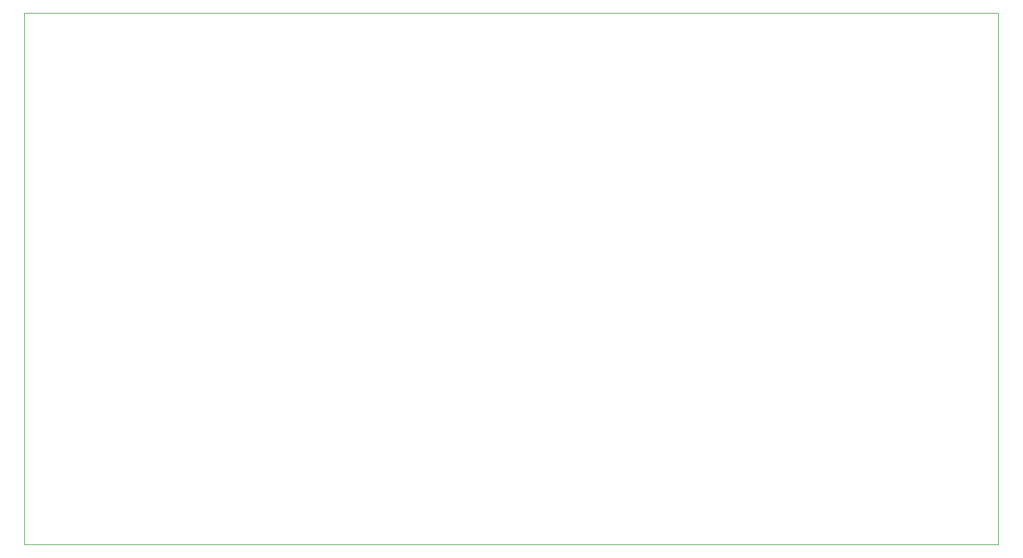
<source format=gbr>
%FSTAX23Y23*%
%MOIN*%
%SFA1B1*%

%IPPOS*%
%ADD34C,0.001000*%
%LNbackplane_profile-1*%
%LPD*%
G54D34*
X055Y0D02*
Y03D01*
X0*
Y0*
X055*
M02*
</source>
